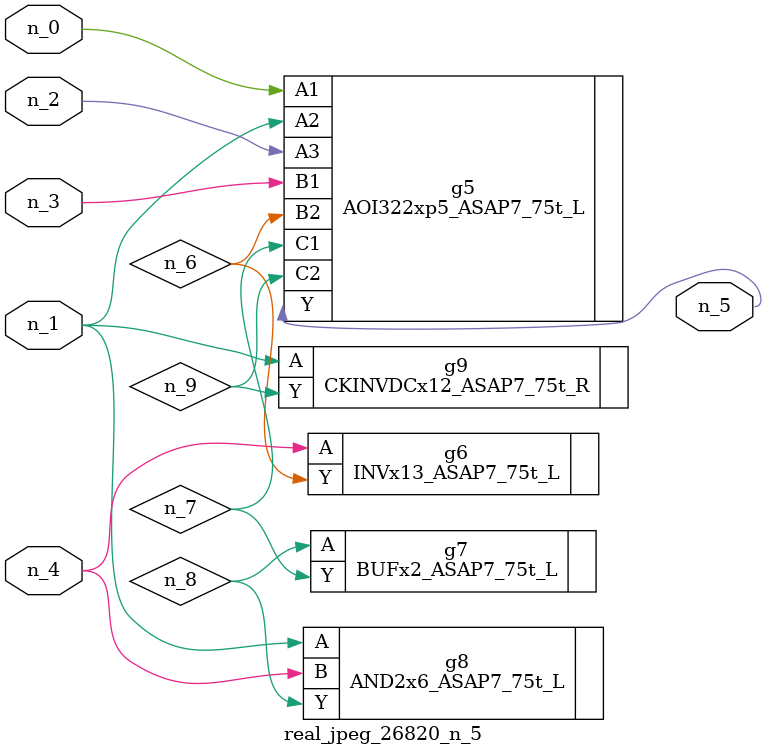
<source format=v>
module real_jpeg_26820_n_5 (n_4, n_0, n_1, n_2, n_3, n_5);

input n_4;
input n_0;
input n_1;
input n_2;
input n_3;

output n_5;

wire n_8;
wire n_6;
wire n_7;
wire n_9;

AOI322xp5_ASAP7_75t_L g5 ( 
.A1(n_0),
.A2(n_1),
.A3(n_2),
.B1(n_3),
.B2(n_6),
.C1(n_7),
.C2(n_9),
.Y(n_5)
);

AND2x6_ASAP7_75t_L g8 ( 
.A(n_1),
.B(n_4),
.Y(n_8)
);

CKINVDCx12_ASAP7_75t_R g9 ( 
.A(n_1),
.Y(n_9)
);

INVx13_ASAP7_75t_L g6 ( 
.A(n_4),
.Y(n_6)
);

BUFx2_ASAP7_75t_L g7 ( 
.A(n_8),
.Y(n_7)
);


endmodule
</source>
